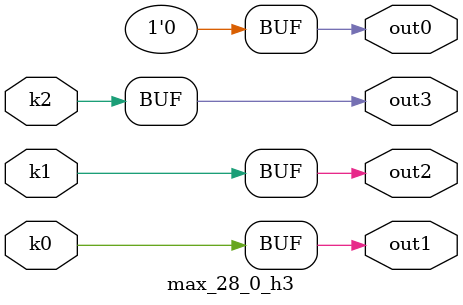
<source format=v>
module max_28_0(pi0, pi1, pi2, pi3, pi4, pi5, pi6, pi7, pi8, po0, po1, po2, po3);
input pi0, pi1, pi2, pi3, pi4, pi5, pi6, pi7, pi8;
output po0, po1, po2, po3;
wire k0, k1, k2;
max_28_0_w3 DUT1 (pi0, pi1, pi2, pi3, pi4, pi5, pi6, pi7, pi8, k0, k1, k2);
max_28_0_h3 DUT2 (k0, k1, k2, po0, po1, po2, po3);
endmodule

module max_28_0_w3(in8, in7, in6, in5, in4, in3, in2, in1, in0, k2, k1, k0);
input in8, in7, in6, in5, in4, in3, in2, in1, in0;
output k2, k1, k0;
assign k0 =   ~in1 & (((in4 | ~in2) & (((in6 | ~in5) & (in3 ? in8 : in7)) | (in6 & ~in5))) | (in4 & ~in2));
assign k1 =   ~in8 & in7;
assign k2 =   ~in7 & in8;
endmodule

module max_28_0_h3(k2, k1, k0, out3, out2, out1, out0);
input k2, k1, k0;
output out3, out2, out1, out0;
assign out0 = 0;
assign out1 = k0;
assign out2 = k1;
assign out3 = k2;
endmodule

</source>
